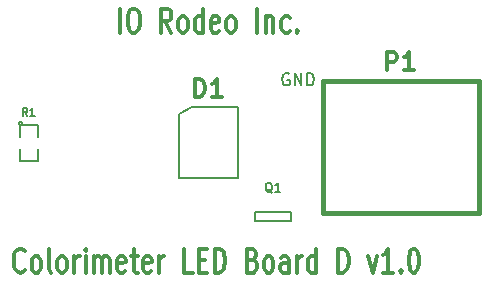
<source format=gto>
G04 (created by PCBNEW-RS274X (2012-apr-16-27)-stable) date Thu 15 May 2014 11:09:12 AM PDT*
G01*
G70*
G90*
%MOIN*%
G04 Gerber Fmt 3.4, Leading zero omitted, Abs format*
%FSLAX34Y34*%
G04 APERTURE LIST*
%ADD10C,0.006000*%
%ADD11C,0.007900*%
%ADD12C,0.012000*%
%ADD13C,0.005000*%
%ADD14C,0.015000*%
%ADD15C,0.007500*%
G04 APERTURE END LIST*
G54D10*
G54D11*
X41676Y-22708D02*
X41639Y-22689D01*
X41582Y-22689D01*
X41526Y-22708D01*
X41489Y-22746D01*
X41470Y-22783D01*
X41451Y-22858D01*
X41451Y-22915D01*
X41470Y-22990D01*
X41489Y-23027D01*
X41526Y-23065D01*
X41582Y-23083D01*
X41620Y-23083D01*
X41676Y-23065D01*
X41695Y-23046D01*
X41695Y-22915D01*
X41620Y-22915D01*
X41864Y-23083D02*
X41864Y-22689D01*
X42089Y-23083D01*
X42089Y-22689D01*
X42277Y-23083D02*
X42277Y-22689D01*
X42371Y-22689D01*
X42427Y-22708D01*
X42464Y-22746D01*
X42483Y-22783D01*
X42502Y-22858D01*
X42502Y-22915D01*
X42483Y-22990D01*
X42464Y-23027D01*
X42427Y-23065D01*
X42371Y-23083D01*
X42277Y-23083D01*
G54D12*
X36043Y-21324D02*
X36043Y-20524D01*
X36443Y-20524D02*
X36557Y-20524D01*
X36615Y-20562D01*
X36672Y-20638D01*
X36700Y-20790D01*
X36700Y-21057D01*
X36672Y-21210D01*
X36615Y-21286D01*
X36557Y-21324D01*
X36443Y-21324D01*
X36386Y-21286D01*
X36329Y-21210D01*
X36300Y-21057D01*
X36300Y-20790D01*
X36329Y-20638D01*
X36386Y-20562D01*
X36443Y-20524D01*
X37758Y-21324D02*
X37558Y-20943D01*
X37415Y-21324D02*
X37415Y-20524D01*
X37643Y-20524D01*
X37701Y-20562D01*
X37729Y-20600D01*
X37758Y-20676D01*
X37758Y-20790D01*
X37729Y-20867D01*
X37701Y-20905D01*
X37643Y-20943D01*
X37415Y-20943D01*
X38101Y-21324D02*
X38043Y-21286D01*
X38015Y-21248D01*
X37986Y-21171D01*
X37986Y-20943D01*
X38015Y-20867D01*
X38043Y-20829D01*
X38101Y-20790D01*
X38186Y-20790D01*
X38243Y-20829D01*
X38272Y-20867D01*
X38301Y-20943D01*
X38301Y-21171D01*
X38272Y-21248D01*
X38243Y-21286D01*
X38186Y-21324D01*
X38101Y-21324D01*
X38815Y-21324D02*
X38815Y-20524D01*
X38815Y-21286D02*
X38758Y-21324D01*
X38644Y-21324D01*
X38586Y-21286D01*
X38558Y-21248D01*
X38529Y-21171D01*
X38529Y-20943D01*
X38558Y-20867D01*
X38586Y-20829D01*
X38644Y-20790D01*
X38758Y-20790D01*
X38815Y-20829D01*
X39329Y-21286D02*
X39272Y-21324D01*
X39158Y-21324D01*
X39101Y-21286D01*
X39072Y-21210D01*
X39072Y-20905D01*
X39101Y-20829D01*
X39158Y-20790D01*
X39272Y-20790D01*
X39329Y-20829D01*
X39358Y-20905D01*
X39358Y-20981D01*
X39072Y-21057D01*
X39701Y-21324D02*
X39643Y-21286D01*
X39615Y-21248D01*
X39586Y-21171D01*
X39586Y-20943D01*
X39615Y-20867D01*
X39643Y-20829D01*
X39701Y-20790D01*
X39786Y-20790D01*
X39843Y-20829D01*
X39872Y-20867D01*
X39901Y-20943D01*
X39901Y-21171D01*
X39872Y-21248D01*
X39843Y-21286D01*
X39786Y-21324D01*
X39701Y-21324D01*
X40615Y-21324D02*
X40615Y-20524D01*
X40901Y-20790D02*
X40901Y-21324D01*
X40901Y-20867D02*
X40929Y-20829D01*
X40987Y-20790D01*
X41072Y-20790D01*
X41129Y-20829D01*
X41158Y-20905D01*
X41158Y-21324D01*
X41701Y-21286D02*
X41644Y-21324D01*
X41530Y-21324D01*
X41472Y-21286D01*
X41444Y-21248D01*
X41415Y-21171D01*
X41415Y-20943D01*
X41444Y-20867D01*
X41472Y-20829D01*
X41530Y-20790D01*
X41644Y-20790D01*
X41701Y-20829D01*
X41958Y-21248D02*
X41986Y-21286D01*
X41958Y-21324D01*
X41929Y-21286D01*
X41958Y-21248D01*
X41958Y-21324D01*
X32866Y-29248D02*
X32837Y-29286D01*
X32751Y-29324D01*
X32694Y-29324D01*
X32609Y-29286D01*
X32551Y-29210D01*
X32523Y-29133D01*
X32494Y-28981D01*
X32494Y-28867D01*
X32523Y-28714D01*
X32551Y-28638D01*
X32609Y-28562D01*
X32694Y-28524D01*
X32751Y-28524D01*
X32837Y-28562D01*
X32866Y-28600D01*
X33209Y-29324D02*
X33151Y-29286D01*
X33123Y-29248D01*
X33094Y-29171D01*
X33094Y-28943D01*
X33123Y-28867D01*
X33151Y-28829D01*
X33209Y-28790D01*
X33294Y-28790D01*
X33351Y-28829D01*
X33380Y-28867D01*
X33409Y-28943D01*
X33409Y-29171D01*
X33380Y-29248D01*
X33351Y-29286D01*
X33294Y-29324D01*
X33209Y-29324D01*
X33752Y-29324D02*
X33694Y-29286D01*
X33666Y-29210D01*
X33666Y-28524D01*
X34066Y-29324D02*
X34008Y-29286D01*
X33980Y-29248D01*
X33951Y-29171D01*
X33951Y-28943D01*
X33980Y-28867D01*
X34008Y-28829D01*
X34066Y-28790D01*
X34151Y-28790D01*
X34208Y-28829D01*
X34237Y-28867D01*
X34266Y-28943D01*
X34266Y-29171D01*
X34237Y-29248D01*
X34208Y-29286D01*
X34151Y-29324D01*
X34066Y-29324D01*
X34523Y-29324D02*
X34523Y-28790D01*
X34523Y-28943D02*
X34551Y-28867D01*
X34580Y-28829D01*
X34637Y-28790D01*
X34694Y-28790D01*
X34894Y-29324D02*
X34894Y-28790D01*
X34894Y-28524D02*
X34865Y-28562D01*
X34894Y-28600D01*
X34922Y-28562D01*
X34894Y-28524D01*
X34894Y-28600D01*
X35180Y-29324D02*
X35180Y-28790D01*
X35180Y-28867D02*
X35208Y-28829D01*
X35266Y-28790D01*
X35351Y-28790D01*
X35408Y-28829D01*
X35437Y-28905D01*
X35437Y-29324D01*
X35437Y-28905D02*
X35466Y-28829D01*
X35523Y-28790D01*
X35608Y-28790D01*
X35666Y-28829D01*
X35694Y-28905D01*
X35694Y-29324D01*
X36208Y-29286D02*
X36151Y-29324D01*
X36037Y-29324D01*
X35980Y-29286D01*
X35951Y-29210D01*
X35951Y-28905D01*
X35980Y-28829D01*
X36037Y-28790D01*
X36151Y-28790D01*
X36208Y-28829D01*
X36237Y-28905D01*
X36237Y-28981D01*
X35951Y-29057D01*
X36408Y-28790D02*
X36637Y-28790D01*
X36494Y-28524D02*
X36494Y-29210D01*
X36522Y-29286D01*
X36580Y-29324D01*
X36637Y-29324D01*
X37065Y-29286D02*
X37008Y-29324D01*
X36894Y-29324D01*
X36837Y-29286D01*
X36808Y-29210D01*
X36808Y-28905D01*
X36837Y-28829D01*
X36894Y-28790D01*
X37008Y-28790D01*
X37065Y-28829D01*
X37094Y-28905D01*
X37094Y-28981D01*
X36808Y-29057D01*
X37351Y-29324D02*
X37351Y-28790D01*
X37351Y-28943D02*
X37379Y-28867D01*
X37408Y-28829D01*
X37465Y-28790D01*
X37522Y-28790D01*
X38465Y-29324D02*
X38179Y-29324D01*
X38179Y-28524D01*
X38665Y-28905D02*
X38865Y-28905D01*
X38951Y-29324D02*
X38665Y-29324D01*
X38665Y-28524D01*
X38951Y-28524D01*
X39208Y-29324D02*
X39208Y-28524D01*
X39351Y-28524D01*
X39436Y-28562D01*
X39494Y-28638D01*
X39522Y-28714D01*
X39551Y-28867D01*
X39551Y-28981D01*
X39522Y-29133D01*
X39494Y-29210D01*
X39436Y-29286D01*
X39351Y-29324D01*
X39208Y-29324D01*
X40465Y-28905D02*
X40551Y-28943D01*
X40579Y-28981D01*
X40608Y-29057D01*
X40608Y-29171D01*
X40579Y-29248D01*
X40551Y-29286D01*
X40493Y-29324D01*
X40265Y-29324D01*
X40265Y-28524D01*
X40465Y-28524D01*
X40522Y-28562D01*
X40551Y-28600D01*
X40579Y-28676D01*
X40579Y-28752D01*
X40551Y-28829D01*
X40522Y-28867D01*
X40465Y-28905D01*
X40265Y-28905D01*
X40951Y-29324D02*
X40893Y-29286D01*
X40865Y-29248D01*
X40836Y-29171D01*
X40836Y-28943D01*
X40865Y-28867D01*
X40893Y-28829D01*
X40951Y-28790D01*
X41036Y-28790D01*
X41093Y-28829D01*
X41122Y-28867D01*
X41151Y-28943D01*
X41151Y-29171D01*
X41122Y-29248D01*
X41093Y-29286D01*
X41036Y-29324D01*
X40951Y-29324D01*
X41665Y-29324D02*
X41665Y-28905D01*
X41636Y-28829D01*
X41579Y-28790D01*
X41465Y-28790D01*
X41408Y-28829D01*
X41665Y-29286D02*
X41608Y-29324D01*
X41465Y-29324D01*
X41408Y-29286D01*
X41379Y-29210D01*
X41379Y-29133D01*
X41408Y-29057D01*
X41465Y-29019D01*
X41608Y-29019D01*
X41665Y-28981D01*
X41951Y-29324D02*
X41951Y-28790D01*
X41951Y-28943D02*
X41979Y-28867D01*
X42008Y-28829D01*
X42065Y-28790D01*
X42122Y-28790D01*
X42579Y-29324D02*
X42579Y-28524D01*
X42579Y-29286D02*
X42522Y-29324D01*
X42408Y-29324D01*
X42350Y-29286D01*
X42322Y-29248D01*
X42293Y-29171D01*
X42293Y-28943D01*
X42322Y-28867D01*
X42350Y-28829D01*
X42408Y-28790D01*
X42522Y-28790D01*
X42579Y-28829D01*
X43322Y-29324D02*
X43322Y-28524D01*
X43465Y-28524D01*
X43550Y-28562D01*
X43608Y-28638D01*
X43636Y-28714D01*
X43665Y-28867D01*
X43665Y-28981D01*
X43636Y-29133D01*
X43608Y-29210D01*
X43550Y-29286D01*
X43465Y-29324D01*
X43322Y-29324D01*
X44322Y-28790D02*
X44465Y-29324D01*
X44607Y-28790D01*
X45150Y-29324D02*
X44807Y-29324D01*
X44979Y-29324D02*
X44979Y-28524D01*
X44922Y-28638D01*
X44864Y-28714D01*
X44807Y-28752D01*
X45407Y-29248D02*
X45435Y-29286D01*
X45407Y-29324D01*
X45378Y-29286D01*
X45407Y-29248D01*
X45407Y-29324D01*
X45807Y-28524D02*
X45864Y-28524D01*
X45921Y-28562D01*
X45950Y-28600D01*
X45979Y-28676D01*
X46007Y-28829D01*
X46007Y-29019D01*
X45979Y-29171D01*
X45950Y-29248D01*
X45921Y-29286D01*
X45864Y-29324D01*
X45807Y-29324D01*
X45750Y-29286D01*
X45721Y-29248D01*
X45693Y-29171D01*
X45664Y-29019D01*
X45664Y-28829D01*
X45693Y-28676D01*
X45721Y-28600D01*
X45750Y-28562D01*
X45807Y-28524D01*
G54D13*
X40542Y-27311D02*
X41742Y-27311D01*
X41742Y-27311D02*
X41742Y-27611D01*
X41742Y-27611D02*
X40542Y-27611D01*
X40542Y-27611D02*
X40542Y-27311D01*
X32774Y-24350D02*
X32773Y-24359D01*
X32770Y-24369D01*
X32765Y-24377D01*
X32759Y-24385D01*
X32751Y-24391D01*
X32743Y-24396D01*
X32734Y-24398D01*
X32724Y-24399D01*
X32715Y-24399D01*
X32706Y-24396D01*
X32697Y-24391D01*
X32690Y-24385D01*
X32683Y-24378D01*
X32679Y-24369D01*
X32676Y-24360D01*
X32675Y-24350D01*
X32675Y-24341D01*
X32678Y-24332D01*
X32682Y-24323D01*
X32689Y-24316D01*
X32696Y-24309D01*
X32704Y-24305D01*
X32714Y-24302D01*
X32723Y-24301D01*
X32732Y-24301D01*
X32742Y-24304D01*
X32750Y-24308D01*
X32758Y-24314D01*
X32764Y-24322D01*
X32769Y-24330D01*
X32772Y-24339D01*
X32773Y-24349D01*
X32774Y-24350D01*
X32724Y-24800D02*
X32724Y-24400D01*
X32724Y-24400D02*
X33324Y-24400D01*
X33324Y-24400D02*
X33324Y-24800D01*
X33324Y-25200D02*
X33324Y-25600D01*
X33324Y-25600D02*
X32724Y-25600D01*
X32724Y-25600D02*
X32724Y-25200D01*
G54D14*
X42800Y-27344D02*
X42800Y-22944D01*
X42800Y-22944D02*
X48000Y-22944D01*
X48000Y-22944D02*
X48000Y-27344D01*
X48000Y-27344D02*
X42800Y-27344D01*
G54D11*
X39984Y-23819D02*
X39984Y-26181D01*
X39984Y-26181D02*
X38016Y-26181D01*
X38016Y-26181D02*
X38016Y-24055D01*
X38016Y-24055D02*
X38449Y-23819D01*
X38449Y-23819D02*
X39984Y-23819D01*
G54D15*
X41113Y-26661D02*
X41085Y-26647D01*
X41056Y-26618D01*
X41013Y-26575D01*
X40985Y-26561D01*
X40956Y-26561D01*
X40971Y-26632D02*
X40942Y-26618D01*
X40913Y-26590D01*
X40899Y-26532D01*
X40899Y-26432D01*
X40913Y-26375D01*
X40942Y-26347D01*
X40971Y-26332D01*
X41028Y-26332D01*
X41056Y-26347D01*
X41085Y-26375D01*
X41099Y-26432D01*
X41099Y-26532D01*
X41085Y-26590D01*
X41056Y-26618D01*
X41028Y-26632D01*
X40971Y-26632D01*
X41385Y-26632D02*
X41213Y-26632D01*
X41299Y-26632D02*
X41299Y-26332D01*
X41270Y-26375D01*
X41242Y-26404D01*
X41213Y-26418D01*
G54D13*
X32958Y-24101D02*
X32875Y-23982D01*
X32816Y-24101D02*
X32816Y-23851D01*
X32911Y-23851D01*
X32935Y-23863D01*
X32946Y-23875D01*
X32958Y-23899D01*
X32958Y-23935D01*
X32946Y-23958D01*
X32935Y-23970D01*
X32911Y-23982D01*
X32816Y-23982D01*
X33196Y-24101D02*
X33054Y-24101D01*
X33125Y-24101D02*
X33125Y-23851D01*
X33101Y-23887D01*
X33077Y-23911D01*
X33054Y-23923D01*
G54D12*
X44932Y-22586D02*
X44932Y-21986D01*
X45160Y-21986D01*
X45218Y-22014D01*
X45246Y-22043D01*
X45275Y-22100D01*
X45275Y-22186D01*
X45246Y-22243D01*
X45218Y-22272D01*
X45160Y-22300D01*
X44932Y-22300D01*
X45846Y-22586D02*
X45503Y-22586D01*
X45675Y-22586D02*
X45675Y-21986D01*
X45618Y-22072D01*
X45560Y-22129D01*
X45503Y-22157D01*
X38534Y-23471D02*
X38534Y-22871D01*
X38677Y-22871D01*
X38762Y-22899D01*
X38820Y-22957D01*
X38848Y-23014D01*
X38877Y-23128D01*
X38877Y-23214D01*
X38848Y-23328D01*
X38820Y-23385D01*
X38762Y-23442D01*
X38677Y-23471D01*
X38534Y-23471D01*
X39448Y-23471D02*
X39105Y-23471D01*
X39277Y-23471D02*
X39277Y-22871D01*
X39220Y-22957D01*
X39162Y-23014D01*
X39105Y-23042D01*
M02*

</source>
